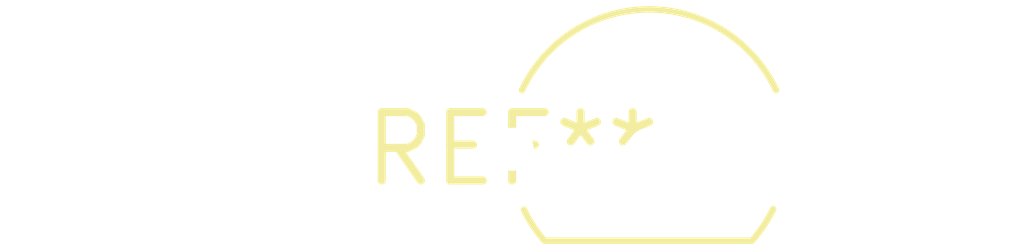
<source format=kicad_pcb>
(kicad_pcb (version 20240108) (generator pcbnew)
  (layers (0 "F.Cu" signal) (31 "B.Cu" signal) (34 "B.Paste" user) (35 "F.Paste" user) (36 "B.SilkS" user "B.Silkscreen") (37 "F.SilkS" user "F.Silkscreen") (38 "B.Mask" user) (39 "F.Mask" user) (44 "Edge.Cuts" user))
  (net 0 "")
  (footprint "TO-92L_Inline_Wide" (layer "F.Cu") (at 0 0)
    (property "Reference" "REF**")
    (property "Value" "TO-92L_Inline_Wide")
    (fp_line (start 0.6 1.7) (end 4.45 1.7) (layer "F.SilkS") (stroke (width 0.12)))
    (fp_arc (start 0.1836 -1.098807) (mid 1.143021 -2.192817) (end 2.54 -2.6) (layer "F.SilkS") (stroke (width 0.12)))
    (fp_arc (start 0.6 1.7) (mid 0.389183 1.423933) (end 0.217369 1.122045) (layer "F.SilkS") (stroke (width 0.12)))
    (fp_arc (start 2.54 -2.6) (mid 3.936979 -2.192818) (end 4.8964 -1.098807) (layer "F.SilkS") (stroke (width 0.12)))
    (fp_arc (start 4.842383 1.112264) (mid 4.666594 1.419753) (end 4.45 1.7) (layer "F.SilkS") (stroke (width 0.12)))
    (pad "1" thru_hole rect (at 0 0) (size 1.5 1.5) (drill 0.8) (layers *.Cu *.Mask) (remove_unused_layers))
    (pad "2" thru_hole circle (at 2.54 0) (size 1.5 1.5) (drill 0.8) (layers *.Cu *.Mask) (remove_unused_layers))
    (pad "3" thru_hole circle (at 5.08 0) (size 1.5 1.5) (drill 0.8) (layers *.Cu *.Mask) (remove_unused_layers))
  )
)
</source>
